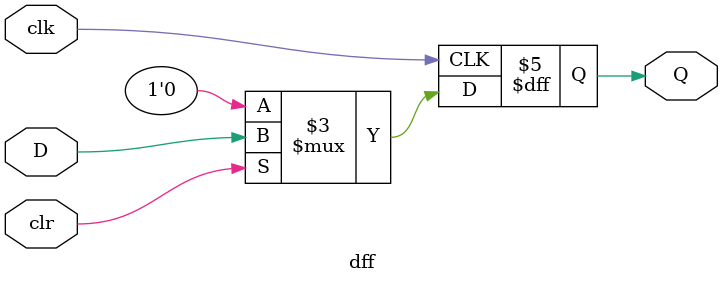
<source format=v>
module dff (Q,D, clr, clk);

input D;
input clk;
input clr;


output reg Q;

always @(posedge clk)
	begin
		if (clr)
			begin
				Q<=D;
			end
		else
			begin
				Q=1'b0;
			end
	end

endmodule
</source>
